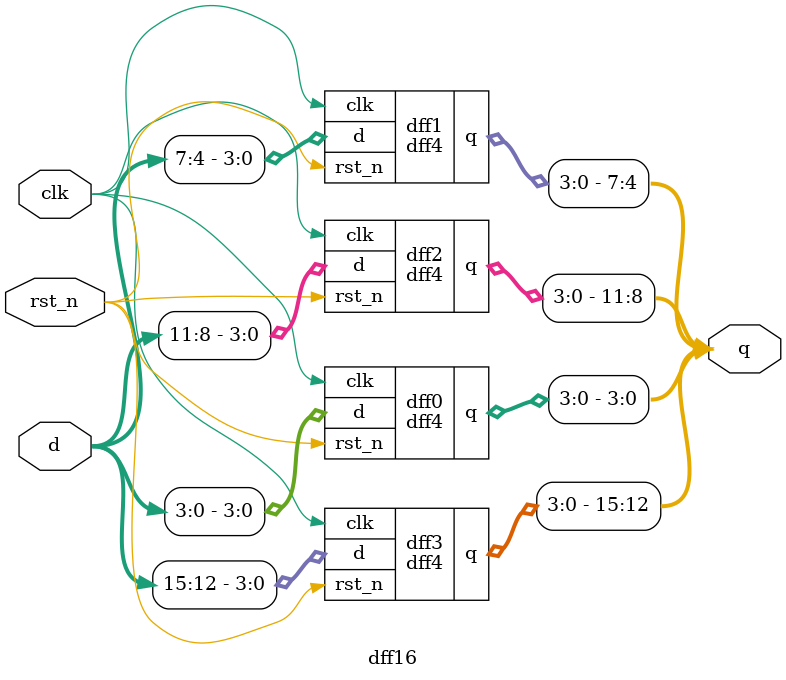
<source format=v>
module dff(clk, d, rst_n, q);
input clk, d, rst_n;
output q;
reg myQ;

assign q = myQ;

always @(posedge clk) begin
  if (!rst_n) begin
    myQ <= 1'b0;
  end
  else begin
    myQ <= d;
  end
end
endmodule

module dff2(rst_n, clk, d, q);
input [1:0] d;
input rst_n, clk;
output [1:0] q;

dff dff0(.clk(clk), .d(d[0]), .rst_n(rst_n), .q(q[0]));
dff dff1(.clk(clk), .d(d[1]), .rst_n(rst_n), .q(q[1]));

endmodule

module dff4(rst_n, clk, d, q);
input [3:0] d;
input rst_n, clk;
output [3:0] q;

dff dff0(.clk(clk), .d(d[0]), .rst_n(rst_n), .q(q[0]));
dff dff1(.clk(clk), .d(d[1]), .rst_n(rst_n), .q(q[1]));
dff dff2(.clk(clk), .d(d[2]), .rst_n(rst_n), .q(q[2]));
dff dff3(.clk(clk), .d(d[3]), .rst_n(rst_n), .q(q[3]));

endmodule

module dff8(rst_n, clk, d, q);
input [7:0] d;
input rst_n, clk;
output [7:0] q;

dff4 dff0(.clk(clk), .d(d[3:0]), .rst_n(rst_n), .q(q[3:0]));
dff4 dff1(.clk(clk), .d(d[7:4]), .rst_n(rst_n), .q(q[7:4]));

endmodule


module dff16(rst_n, clk, d, q);
input [15:0] d;
input rst_n, clk;
output [15:0] q;

dff4 dff0(.clk(clk), .d(d[3:0]), .rst_n(rst_n), .q(q[3:0]));
dff4 dff1(.clk(clk), .d(d[7:4]), .rst_n(rst_n), .q(q[7:4]));
dff4 dff2(.clk(clk), .d(d[11:8]), .rst_n(rst_n), .q(q[11:8]));
dff4 dff3(.clk(clk), .d(d[15:12]), .rst_n(rst_n), .q(q[15:12]));

endmodule

</source>
